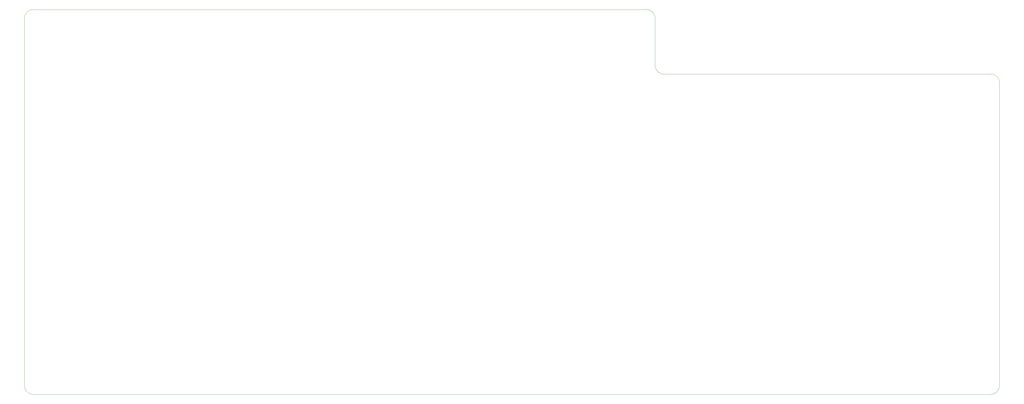
<source format=gm1>
%TF.GenerationSoftware,KiCad,Pcbnew,(5.1.6)-1*%
%TF.CreationDate,2020-11-26T21:26:18-06:00*%
%TF.ProjectId,Protomatrix,50726f74-6f6d-4617-9472-69782e6b6963,rev?*%
%TF.SameCoordinates,Original*%
%TF.FileFunction,Profile,NP*%
%FSLAX46Y46*%
G04 Gerber Fmt 4.6, Leading zero omitted, Abs format (unit mm)*
G04 Created by KiCad (PCBNEW (5.1.6)-1) date 2020-11-26 21:26:18*
%MOMM*%
%LPD*%
G01*
G04 APERTURE LIST*
%TA.AperFunction,Profile*%
%ADD10C,0.050000*%
%TD*%
G04 APERTURE END LIST*
D10*
X210137500Y-163735000D02*
X-143081250Y-163735000D01*
X213312500Y-48641250D02*
X213312500Y-160560000D01*
X89487500Y-45466250D02*
X210137500Y-45466250D01*
X86312500Y-24828750D02*
X86312500Y-42291250D01*
X-143081250Y-21653750D02*
X83137500Y-21653750D01*
X-146256250Y-160560000D02*
X-146256250Y-24828750D01*
X-146256250Y-24828750D02*
G75*
G02*
X-143081250Y-21653750I3175000J0D01*
G01*
X83137500Y-21653750D02*
G75*
G02*
X86312500Y-24828750I0J-3175000D01*
G01*
X89487500Y-45466250D02*
G75*
G02*
X86312500Y-42291250I0J3175000D01*
G01*
X-143081250Y-163735000D02*
G75*
G02*
X-146256250Y-160560000I0J3175000D01*
G01*
X213312500Y-160560000D02*
G75*
G02*
X210137500Y-163735000I-3175000J0D01*
G01*
X210137500Y-45466250D02*
G75*
G02*
X213312500Y-48641250I0J-3175000D01*
G01*
M02*

</source>
